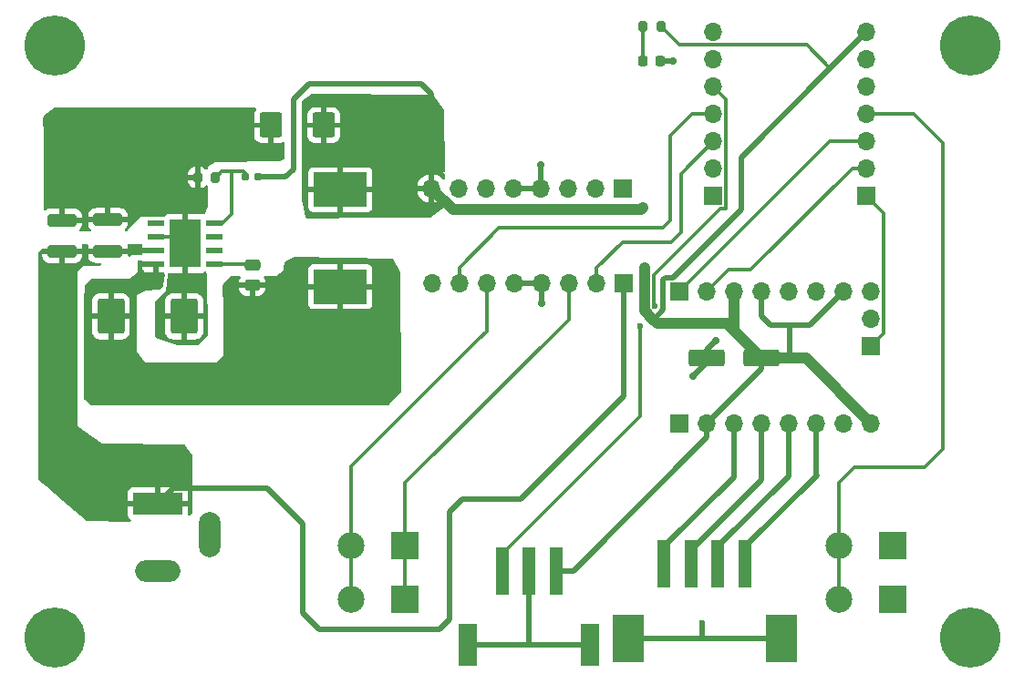
<source format=gbr>
%TF.GenerationSoftware,KiCad,Pcbnew,8.0.3*%
%TF.CreationDate,2024-07-18T15:34:31-04:00*%
%TF.ProjectId,DropGenPCB_FINAL,44726f70-4765-46e5-9043-425f46494e41,rev?*%
%TF.SameCoordinates,Original*%
%TF.FileFunction,Copper,L1,Top*%
%TF.FilePolarity,Positive*%
%FSLAX46Y46*%
G04 Gerber Fmt 4.6, Leading zero omitted, Abs format (unit mm)*
G04 Created by KiCad (PCBNEW 8.0.3) date 2024-07-18 15:34:31*
%MOMM*%
%LPD*%
G01*
G04 APERTURE LIST*
G04 Aperture macros list*
%AMRoundRect*
0 Rectangle with rounded corners*
0 $1 Rounding radius*
0 $2 $3 $4 $5 $6 $7 $8 $9 X,Y pos of 4 corners*
0 Add a 4 corners polygon primitive as box body*
4,1,4,$2,$3,$4,$5,$6,$7,$8,$9,$2,$3,0*
0 Add four circle primitives for the rounded corners*
1,1,$1+$1,$2,$3*
1,1,$1+$1,$4,$5*
1,1,$1+$1,$6,$7*
1,1,$1+$1,$8,$9*
0 Add four rect primitives between the rounded corners*
20,1,$1+$1,$2,$3,$4,$5,0*
20,1,$1+$1,$4,$5,$6,$7,0*
20,1,$1+$1,$6,$7,$8,$9,0*
20,1,$1+$1,$8,$9,$2,$3,0*%
G04 Aperture macros list end*
%TA.AperFunction,SMDPad,CuDef*%
%ADD10R,1.550000X0.600000*%
%TD*%
%TA.AperFunction,ComponentPad*%
%ADD11C,0.600000*%
%TD*%
%TA.AperFunction,SMDPad,CuDef*%
%ADD12R,2.600000X3.100000*%
%TD*%
%TA.AperFunction,SMDPad,CuDef*%
%ADD13R,2.950000X4.500000*%
%TD*%
%TA.AperFunction,ComponentPad*%
%ADD14O,1.700000X1.700000*%
%TD*%
%TA.AperFunction,ComponentPad*%
%ADD15R,1.700000X1.700000*%
%TD*%
%TA.AperFunction,SMDPad,CuDef*%
%ADD16RoundRect,0.250000X0.475000X-0.250000X0.475000X0.250000X-0.475000X0.250000X-0.475000X-0.250000X0*%
%TD*%
%TA.AperFunction,ComponentPad*%
%ADD17R,2.500000X2.500000*%
%TD*%
%TA.AperFunction,ComponentPad*%
%ADD18C,2.500000*%
%TD*%
%TA.AperFunction,SMDPad,CuDef*%
%ADD19RoundRect,0.218750X0.218750X0.256250X-0.218750X0.256250X-0.218750X-0.256250X0.218750X-0.256250X0*%
%TD*%
%TA.AperFunction,ComponentPad*%
%ADD20C,5.600000*%
%TD*%
%TA.AperFunction,SMDPad,CuDef*%
%ADD21RoundRect,0.250000X0.787500X0.925000X-0.787500X0.925000X-0.787500X-0.925000X0.787500X-0.925000X0*%
%TD*%
%TA.AperFunction,SMDPad,CuDef*%
%ADD22R,1.300000X4.500000*%
%TD*%
%TA.AperFunction,SMDPad,CuDef*%
%ADD23R,3.000000X4.500000*%
%TD*%
%TA.AperFunction,SMDPad,CuDef*%
%ADD24RoundRect,0.200000X0.200000X0.275000X-0.200000X0.275000X-0.200000X-0.275000X0.200000X-0.275000X0*%
%TD*%
%TA.AperFunction,SMDPad,CuDef*%
%ADD25RoundRect,0.250000X-1.100000X0.325000X-1.100000X-0.325000X1.100000X-0.325000X1.100000X0.325000X0*%
%TD*%
%TA.AperFunction,ComponentPad*%
%ADD26R,4.600000X2.000000*%
%TD*%
%TA.AperFunction,ComponentPad*%
%ADD27O,4.200000X2.000000*%
%TD*%
%TA.AperFunction,ComponentPad*%
%ADD28O,2.000000X4.200000*%
%TD*%
%TA.AperFunction,SMDPad,CuDef*%
%ADD29RoundRect,0.160000X0.197500X0.160000X-0.197500X0.160000X-0.197500X-0.160000X0.197500X-0.160000X0*%
%TD*%
%TA.AperFunction,SMDPad,CuDef*%
%ADD30RoundRect,0.250000X1.000000X-1.400000X1.000000X1.400000X-1.000000X1.400000X-1.000000X-1.400000X0*%
%TD*%
%TA.AperFunction,SMDPad,CuDef*%
%ADD31RoundRect,0.250000X1.412500X0.550000X-1.412500X0.550000X-1.412500X-0.550000X1.412500X-0.550000X0*%
%TD*%
%TA.AperFunction,SMDPad,CuDef*%
%ADD32R,4.950000X3.175000*%
%TD*%
%TA.AperFunction,SMDPad,CuDef*%
%ADD33R,1.800000X3.900000*%
%TD*%
%TA.AperFunction,ViaPad*%
%ADD34C,0.700000*%
%TD*%
%TA.AperFunction,ViaPad*%
%ADD35C,0.600000*%
%TD*%
%TA.AperFunction,Conductor*%
%ADD36C,0.500000*%
%TD*%
%TA.AperFunction,Conductor*%
%ADD37C,0.300000*%
%TD*%
%TA.AperFunction,Conductor*%
%ADD38C,1.000000*%
%TD*%
%TA.AperFunction,Conductor*%
%ADD39C,0.200000*%
%TD*%
G04 APERTURE END LIST*
D10*
%TO.P,U4,1,BOOT*%
%TO.N,/Boot*%
X77985600Y-117846100D03*
%TO.P,U4,2,NC*%
%TO.N,unconnected-(U4-NC-Pad2)*%
X77985600Y-116576100D03*
%TO.P,U4,3,NC*%
%TO.N,unconnected-(U4-NC-Pad3)*%
X77985600Y-115306100D03*
%TO.P,U4,4,VSENSE*%
%TO.N,/VSENSE*%
X77985600Y-114036100D03*
%TO.P,U4,5,EN*%
%TO.N,/ENA*%
X72585600Y-114036100D03*
%TO.P,U4,6,GND*%
%TO.N,GND*%
X72585600Y-115306100D03*
%TO.P,U4,7,VIN*%
%TO.N,+30V*%
X72585600Y-116576100D03*
%TO.P,U4,8,PH*%
%TO.N,/PH*%
X72585600Y-117846100D03*
D11*
%TO.P,U4,9,GNDPAD*%
%TO.N,GND*%
X75885600Y-117741100D03*
X75885600Y-116541100D03*
X75885600Y-115241100D03*
X75885600Y-114141100D03*
D12*
X75285600Y-115941100D03*
D13*
X75285600Y-115941100D03*
D11*
X74685600Y-117741100D03*
X74685600Y-116541100D03*
X74685600Y-115241100D03*
X74685600Y-114141100D03*
%TD*%
D14*
%TO.P,U1,1,D0*%
%TO.N,unconnected-(U1-D0-Pad1)*%
X124311000Y-96294800D03*
%TO.P,U1,2,D1*%
%TO.N,unconnected-(U1-D1-Pad2)*%
X124311000Y-98834800D03*
%TO.P,U1,3,D2*%
%TO.N,Signal*%
X124311000Y-101374800D03*
%TO.P,U1,4,D3*%
%TO.N,IN3*%
X124311000Y-103914800D03*
%TO.P,U1,5,D4/SDA*%
%TO.N,IN4*%
X124311000Y-106454800D03*
%TO.P,U1,6,D5/SCL*%
%TO.N,unconnected-(U1-D5{slash}SCL-Pad6)*%
X124311000Y-108994800D03*
D15*
%TO.P,U1,7,D6/TX*%
%TO.N,unconnected-(U1-D6{slash}TX-Pad7)*%
X124311000Y-111534800D03*
%TO.P,U1,8,D7/RX*%
%TO.N,DIAG*%
X138535000Y-111534800D03*
D14*
%TO.P,U1,9,D8/SCR*%
%TO.N,STEP*%
X138535000Y-108994800D03*
%TO.P,U1,10,D9/MISO*%
%TO.N,DIR*%
X138535000Y-106454800D03*
%TO.P,U1,11,D10/MOSI*%
%TO.N,Trigger*%
X138535000Y-103914800D03*
%TO.P,U1,12,V3V*%
%TO.N,unconnected-(U1-V3V-Pad12)*%
X138535000Y-101374800D03*
%TO.P,U1,13,GND*%
%TO.N,GND*%
X138535000Y-98834800D03*
%TO.P,U1,14,USB/5V*%
%TO.N,+5V*%
X138535000Y-96294800D03*
%TD*%
D15*
%TO.P,U2,1,GND*%
%TO.N,GND*%
X121172400Y-132642100D03*
D14*
%TO.P,U2,2,VIO*%
%TO.N,+5V*%
X123712400Y-132642100D03*
%TO.P,U2,3,M2B*%
%TO.N,Net-(U2-M2B)*%
X126252400Y-132642100D03*
%TO.P,U2,4,M1B*%
%TO.N,Net-(U2-M1B)*%
X128792400Y-132642100D03*
%TO.P,U2,5,M1A*%
%TO.N,Net-(U2-M1A)*%
X131332400Y-132642100D03*
%TO.P,U2,6,M2A*%
%TO.N,Net-(U2-M2A)*%
X133872400Y-132642100D03*
%TO.P,U2,7,GND*%
%TO.N,GND*%
X136412400Y-132642100D03*
%TO.P,U2,8,VM*%
%TO.N,+5V*%
X138952400Y-132642100D03*
D15*
%TO.P,U2,9,DIAG*%
%TO.N,DIAG*%
X138931200Y-125526700D03*
D14*
%TO.P,U2,10,INDEX*%
%TO.N,unconnected-(U2-INDEX-Pad10)*%
X138931200Y-122986700D03*
%TO.P,U2,11,EN*%
%TO.N,GND*%
X138930400Y-120395900D03*
%TO.P,U2,12,MS1*%
%TO.N,+5V*%
X136390400Y-120395900D03*
%TO.P,U2,13,MS2*%
%TO.N,GND*%
X133850400Y-120395900D03*
%TO.P,U2,14,SPRD*%
X131310400Y-120395900D03*
%TO.P,U2,15,UART*%
%TO.N,+5V*%
X128770400Y-120395900D03*
%TO.P,U2,16,PDN*%
X126230400Y-120395900D03*
%TO.P,U2,17,STEP*%
%TO.N,STEP*%
X123690400Y-120395900D03*
D15*
%TO.P,U2,18,DIR*%
%TO.N,DIR*%
X121150400Y-120395900D03*
%TD*%
D16*
%TO.P,C3,1*%
%TO.N,/PH*%
X81508600Y-119812100D03*
%TO.P,C3,2*%
%TO.N,/Boot*%
X81508600Y-117912100D03*
%TD*%
D17*
%TO.P,J5,1,Pin_1*%
%TO.N,Piezo 1*%
X95700000Y-149000000D03*
X95700000Y-144000000D03*
D18*
%TO.P,J5,2,Pin_2*%
%TO.N,Piezo 2*%
X90700000Y-149000000D03*
X90700000Y-144000000D03*
%TD*%
D17*
%TO.P,J4,1,Pin_1*%
%TO.N,GND*%
X141000000Y-149000000D03*
X141000000Y-144000000D03*
D18*
%TO.P,J4,2,Pin_2*%
%TO.N,Trigger*%
X136000000Y-149000000D03*
X136000000Y-144000000D03*
%TD*%
D19*
%TO.P,D2,1,K*%
%TO.N,GND*%
X119372500Y-99000000D03*
%TO.P,D2,2,A*%
%TO.N,Net-(D2-A)*%
X117797500Y-99000000D03*
%TD*%
D20*
%TO.P,H4,1,1*%
%TO.N,GND*%
X148144200Y-152583000D03*
%TD*%
D21*
%TO.P,C2,1*%
%TO.N,+5V*%
X88136700Y-104954600D03*
%TO.P,C2,2*%
%TO.N,GND*%
X83211700Y-104954600D03*
%TD*%
D22*
%TO.P,J2,1,1*%
%TO.N,Net-(U2-M2B)*%
X119750000Y-145687200D03*
%TO.P,J2,2,2*%
%TO.N,Net-(U2-M1B)*%
X122250000Y-145687200D03*
%TO.P,J2,3,3*%
%TO.N,Net-(U2-M1A)*%
X124750000Y-145687200D03*
%TO.P,J2,4,4*%
%TO.N,Net-(U2-M2A)*%
X127250000Y-145687200D03*
D23*
%TO.P,J2,5,5*%
%TO.N,GND*%
X130600000Y-152687200D03*
%TO.P,J2,6,6*%
X116400000Y-152687200D03*
%TD*%
D24*
%TO.P,R3,1*%
%TO.N,+5V*%
X119450000Y-95800000D03*
%TO.P,R3,2*%
%TO.N,Net-(D2-A)*%
X117800000Y-95800000D03*
%TD*%
D25*
%TO.P,C5,1*%
%TO.N,GND*%
X63855600Y-113766600D03*
%TO.P,C5,2*%
%TO.N,+30V*%
X63855600Y-116716600D03*
%TD*%
D26*
%TO.P,J3,1*%
%TO.N,+30V*%
X72730600Y-140131800D03*
D27*
%TO.P,J3,2*%
%TO.N,GND*%
X72730600Y-146431800D03*
D28*
%TO.P,J3,3*%
X77530600Y-143031800D03*
%TD*%
D29*
%TO.P,R1,1*%
%TO.N,+5V*%
X82029900Y-109780600D03*
%TO.P,R1,2*%
%TO.N,/VSENSE*%
X80834900Y-109780600D03*
%TD*%
D30*
%TO.P,D1,1,K*%
%TO.N,/PH*%
X68380400Y-122707400D03*
%TO.P,D1,2,A*%
%TO.N,GND*%
X75180400Y-122707400D03*
%TD*%
D20*
%TO.P,H3,1,1*%
%TO.N,GND*%
X63144200Y-152583000D03*
%TD*%
%TO.P,H2,1,1*%
%TO.N,GND*%
X63144200Y-97583000D03*
%TD*%
D24*
%TO.P,R2,1*%
%TO.N,/VSENSE*%
X78091800Y-109806000D03*
%TO.P,R2,2*%
%TO.N,GND*%
X76441800Y-109806000D03*
%TD*%
D14*
%TO.P,U3,1,ENB*%
%TO.N,unconnected-(U3-ENB-Pad1)*%
X98187200Y-119617800D03*
%TO.P,U3,2,IN3*%
%TO.N,IN3*%
X100727200Y-119617800D03*
%TO.P,U3,3,OUT3*%
%TO.N,Piezo 2*%
X103267200Y-119617800D03*
%TO.P,U3,4,GND*%
%TO.N,GND*%
X105807200Y-119617800D03*
%TO.P,U3,5,GND*%
X108347200Y-119617800D03*
%TO.P,U3,6,OUT4*%
%TO.N,Piezo 1*%
X110887200Y-119617800D03*
%TO.P,U3,7,IN4*%
%TO.N,IN4*%
X113427200Y-119617800D03*
D15*
%TO.P,U3,8,VCC*%
%TO.N,+30V*%
X115967200Y-119617800D03*
%TO.P,U3,9,ENA*%
%TO.N,unconnected-(U3-ENA-Pad9)*%
X115925600Y-110820200D03*
D14*
%TO.P,U3,10,IN1*%
%TO.N,unconnected-(U3-IN1-Pad10)*%
X113385600Y-110820200D03*
%TO.P,U3,11,OUT1*%
%TO.N,unconnected-(U3-OUT1-Pad11)*%
X110845600Y-110820200D03*
%TO.P,U3,12,GND*%
%TO.N,GND*%
X108305600Y-110820200D03*
%TO.P,U3,13,GND*%
X105765600Y-110820200D03*
%TO.P,U3,14,OUT2*%
%TO.N,unconnected-(U3-OUT2-Pad14)*%
X103225600Y-110820200D03*
%TO.P,U3,15,IN2*%
%TO.N,unconnected-(U3-IN2-Pad15)*%
X100685600Y-110820200D03*
%TO.P,U3,16,VM*%
%TO.N,+5V*%
X98145600Y-110820200D03*
%TD*%
D31*
%TO.P,C1,1*%
%TO.N,+5V*%
X128775000Y-126600000D03*
%TO.P,C1,2*%
%TO.N,GND*%
X123700000Y-126600000D03*
%TD*%
D25*
%TO.P,C4,1*%
%TO.N,GND*%
X68100000Y-113725000D03*
%TO.P,C4,2*%
%TO.N,+30V*%
X68100000Y-116675000D03*
%TD*%
D32*
%TO.P,L1,1,1*%
%TO.N,/PH*%
X89687400Y-119966000D03*
%TO.P,L1,2,2*%
%TO.N,+5V*%
X89687400Y-110951000D03*
%TD*%
D22*
%TO.P,J1,1,1*%
%TO.N,Signal*%
X104700000Y-146400000D03*
%TO.P,J1,2,2*%
%TO.N,GND*%
X107200000Y-146400000D03*
%TO.P,J1,3,3*%
%TO.N,+5V*%
X109700000Y-146400000D03*
D33*
%TO.P,J1,4,4*%
%TO.N,GND*%
X101500000Y-153220000D03*
%TO.P,J1,5,5*%
X112900000Y-153220000D03*
%TD*%
D20*
%TO.P,H1,1,1*%
%TO.N,GND*%
X148144200Y-97583000D03*
%TD*%
D34*
%TO.N,GND*%
X108331000Y-121539000D03*
D35*
X74300000Y-119700000D03*
X63000000Y-108300000D03*
X71700000Y-103900000D03*
D34*
X80391000Y-106857800D03*
D35*
X62900000Y-105300000D03*
X123300000Y-151200000D03*
D34*
X63068200Y-111658400D03*
X108305600Y-108635800D03*
X65074800Y-111633000D03*
X124500000Y-125000000D03*
X122400000Y-128300000D03*
D35*
X107200000Y-152300000D03*
X76500000Y-108300000D03*
D34*
X67005200Y-111607600D03*
D35*
X74500000Y-109700000D03*
X72600000Y-111500000D03*
X68300000Y-103900000D03*
D34*
X120600000Y-99000000D03*
X68910200Y-111607600D03*
D35*
X76600000Y-119700000D03*
X65000000Y-103900000D03*
X76200000Y-103900000D03*
D34*
X80391000Y-104952800D03*
D35*
%TO.N,Signal*%
X118907107Y-121792893D03*
X117500000Y-123600000D03*
D34*
%TO.N,+5V*%
X117900000Y-118200000D03*
X117800000Y-112600000D03*
%TD*%
D36*
%TO.N,GND*%
X116400000Y-152687200D02*
X123287200Y-152687200D01*
X123287200Y-152687200D02*
X123300000Y-152700000D01*
X101500000Y-153220000D02*
X107200000Y-153220000D01*
X123700000Y-126600000D02*
X123700000Y-126300000D01*
X105765600Y-110820200D02*
X108305600Y-110820200D01*
X123700000Y-126600000D02*
X123700000Y-127000000D01*
X123300000Y-152700000D02*
X123312800Y-152687200D01*
X123312800Y-152687200D02*
X123600000Y-152687200D01*
X108305600Y-110820200D02*
X108305600Y-108635800D01*
X141960600Y-144221200D02*
X142011400Y-144170400D01*
D37*
X74645600Y-115301100D02*
X75285600Y-115941100D01*
D36*
X123700000Y-125800000D02*
X124500000Y-125000000D01*
X119372500Y-99000000D02*
X120550000Y-99000000D01*
D37*
X107200000Y-146400000D02*
X107200000Y-144800000D01*
D36*
X107200000Y-153220000D02*
X109900000Y-153220000D01*
D37*
X72585600Y-115301100D02*
X74645600Y-115301100D01*
D36*
X123312800Y-152687200D02*
X123312800Y-151212800D01*
X107200000Y-153220000D02*
X107200000Y-146400000D01*
X123700000Y-126300000D02*
X123690400Y-126290400D01*
X109900000Y-153220000D02*
X112900000Y-153220000D01*
X108347200Y-119617800D02*
X108347200Y-121522800D01*
X123312800Y-151212800D02*
X123300000Y-151200000D01*
X108347200Y-121522800D02*
X108331000Y-121539000D01*
X123600000Y-152687200D02*
X130600000Y-152687200D01*
X105807200Y-119617800D02*
X108347200Y-119617800D01*
X123700000Y-126600000D02*
X123700000Y-125800000D01*
X123700000Y-127000000D02*
X122400000Y-128300000D01*
X107200000Y-153220000D02*
X107200000Y-152300000D01*
D37*
%TO.N,/Boot*%
X77985600Y-117851100D02*
X81447600Y-117851100D01*
X81447600Y-117851100D02*
X81508600Y-117912100D01*
%TO.N,Signal*%
X118800000Y-121685786D02*
X118800000Y-118900000D01*
X104700000Y-144800000D02*
X104700000Y-146400000D01*
X125511000Y-102574800D02*
X124311000Y-101374800D01*
X117500000Y-132000000D02*
X104700000Y-144800000D01*
X118907107Y-121792893D02*
X118800000Y-121685786D01*
X118800000Y-118900000D02*
X124965200Y-112734800D01*
X124965200Y-112734800D02*
X125511000Y-112734800D01*
X125511000Y-112734800D02*
X125511000Y-102574800D01*
X117500000Y-123600000D02*
X117500000Y-132000000D01*
D36*
%TO.N,+5V*%
X126900000Y-107929800D02*
X126900000Y-112800000D01*
D38*
X119100000Y-123400000D02*
X125575000Y-123400000D01*
D36*
X129600000Y-123500000D02*
X131400000Y-123500000D01*
X123712400Y-132642100D02*
X128775000Y-127579500D01*
D38*
X117900000Y-122200000D02*
X118650000Y-122950000D01*
D36*
X128775000Y-126600000D02*
X129100000Y-126600000D01*
X133286300Y-123500000D02*
X136390400Y-120395900D01*
X123712400Y-133987600D02*
X111300000Y-146400000D01*
X82029900Y-109780600D02*
X84605600Y-109780600D01*
D38*
X126230400Y-124055400D02*
X128775000Y-126600000D01*
D36*
X85344000Y-109042200D02*
X84605600Y-109780600D01*
X119657107Y-119289193D02*
X119657107Y-122142893D01*
D38*
X125575000Y-123400000D02*
X126230400Y-124055400D01*
X118650000Y-122950000D02*
X119100000Y-123400000D01*
D36*
X98145600Y-102057200D02*
X97180400Y-101092000D01*
X128775000Y-127579500D02*
X128775000Y-126600000D01*
X118850000Y-122950000D02*
X118650000Y-122950000D01*
X85344000Y-102539800D02*
X85344000Y-109042200D01*
X135164900Y-99664900D02*
X126900000Y-107929800D01*
D38*
X117600000Y-112800000D02*
X100125400Y-112800000D01*
D36*
X119657107Y-122142893D02*
X118850000Y-122950000D01*
X120604100Y-119095900D02*
X119850400Y-119095900D01*
X126900000Y-112800000D02*
X120604100Y-119095900D01*
D38*
X132910300Y-126600000D02*
X131400000Y-126600000D01*
D36*
X131400000Y-123500000D02*
X133286300Y-123500000D01*
D38*
X100125400Y-112800000D02*
X98145600Y-110820200D01*
X117800000Y-112600000D02*
X117600000Y-112800000D01*
D37*
X132994800Y-97494800D02*
X135164900Y-99664900D01*
D36*
X131400000Y-123500000D02*
X131400000Y-126600000D01*
X111300000Y-146400000D02*
X109700000Y-146400000D01*
X98145600Y-110820200D02*
X98145600Y-102057200D01*
X119850400Y-119095900D02*
X119657107Y-119289193D01*
X128770400Y-120395900D02*
X128770400Y-122670400D01*
X138535000Y-96294800D02*
X135164900Y-99664900D01*
D38*
X126230400Y-120395900D02*
X126230400Y-124055400D01*
X131400000Y-126600000D02*
X128775000Y-126600000D01*
D37*
X121144800Y-97494800D02*
X122222300Y-97494800D01*
D36*
X86791800Y-101092000D02*
X85344000Y-102539800D01*
D38*
X138952400Y-132642100D02*
X132910300Y-126600000D01*
D36*
X128775000Y-126600000D02*
X128300000Y-126600000D01*
X128770400Y-122670400D02*
X129600000Y-123500000D01*
D38*
X117900000Y-118200000D02*
X117900000Y-122200000D01*
D37*
X122222300Y-97494800D02*
X132994800Y-97494800D01*
D36*
X123712400Y-132642100D02*
X123712400Y-133987600D01*
D37*
X98145600Y-110820200D02*
X98577400Y-110820200D01*
D36*
X97180400Y-101092000D02*
X86791800Y-101092000D01*
D37*
X119450000Y-95800000D02*
X121144800Y-97494800D01*
%TO.N,Trigger*%
X142903800Y-103914800D02*
X138535000Y-103914800D01*
X137400000Y-136753600D02*
X143941800Y-136753600D01*
X143941800Y-136753600D02*
X145618200Y-135077200D01*
X136000000Y-144000000D02*
X136000000Y-138153600D01*
X145618200Y-106629200D02*
X142903800Y-103914800D01*
X136000000Y-138153600D02*
X137400000Y-136753600D01*
X136000000Y-149000000D02*
X136000000Y-144000000D01*
X145618200Y-135077200D02*
X145618200Y-106629200D01*
%TO.N,Piezo 1*%
X95700000Y-144000000D02*
X95700000Y-138200000D01*
X110900000Y-123000000D02*
X110900000Y-122500000D01*
X95700000Y-138200000D02*
X110900000Y-123000000D01*
X95700000Y-149000000D02*
X95700000Y-144000000D01*
X110900000Y-122500000D02*
X110887200Y-122487200D01*
X110887200Y-122487200D02*
X110887200Y-119617800D01*
%TO.N,Piezo 2*%
X103267200Y-119617800D02*
X103267200Y-124132800D01*
X90700000Y-144000000D02*
X90700000Y-136700000D01*
X90700000Y-149000000D02*
X90700000Y-144000000D01*
X103267200Y-124132800D02*
X102550000Y-124850000D01*
X90700000Y-136700000D02*
X102550000Y-124850000D01*
%TO.N,DIAG*%
X138931200Y-125526700D02*
X140131200Y-124326700D01*
X140131200Y-124326700D02*
X140131200Y-113131000D01*
X140131200Y-113131000D02*
X138535000Y-111534800D01*
%TO.N,STEP*%
X125686300Y-118400000D02*
X123690400Y-120395900D01*
X138535000Y-108994800D02*
X137205200Y-108994800D01*
X127800000Y-118400000D02*
X125686300Y-118400000D01*
D36*
X123700000Y-120405500D02*
X123690400Y-120395900D01*
D37*
X137205200Y-108994800D02*
X127800000Y-118400000D01*
%TO.N,DIR*%
X135091500Y-106454800D02*
X138535000Y-106454800D01*
X121150400Y-120395900D02*
X135091500Y-106454800D01*
%TO.N,IN3*%
X104422600Y-114500000D02*
X119600000Y-114500000D01*
X120300000Y-113800000D02*
X120300000Y-105937800D01*
X119600000Y-114500000D02*
X120300000Y-113800000D01*
X122323000Y-103914800D02*
X124311000Y-103914800D01*
X100727200Y-118195400D02*
X104422600Y-114500000D01*
X100727200Y-119617800D02*
X100727200Y-118195400D01*
X120300000Y-105937800D02*
X122323000Y-103914800D01*
%TO.N,IN4*%
X121310400Y-109455400D02*
X121310400Y-109880400D01*
X120400000Y-115800000D02*
X121310400Y-114889600D01*
X115873400Y-115800000D02*
X120400000Y-115800000D01*
X113427200Y-119617800D02*
X113427200Y-118246200D01*
X121310400Y-114889600D02*
X121310400Y-109880400D01*
X121310400Y-109880400D02*
X121310400Y-109524800D01*
X113427200Y-118246200D02*
X115873400Y-115800000D01*
D39*
X121310400Y-109455400D02*
X121310400Y-109524800D01*
D37*
X124311000Y-106454800D02*
X121310400Y-109455400D01*
%TO.N,/VSENSE*%
X77985600Y-114036100D02*
X78763900Y-114036100D01*
X78663800Y-109245400D02*
X78103200Y-109806000D01*
X80834900Y-109780600D02*
X80834900Y-109384500D01*
X78103200Y-109806000D02*
X78091800Y-109806000D01*
X78117200Y-109780600D02*
X78091800Y-109806000D01*
X79600000Y-109245400D02*
X78663800Y-109245400D01*
X77985600Y-109912200D02*
X78091800Y-109806000D01*
X78763900Y-114036100D02*
X79600000Y-113200000D01*
X80695800Y-109245400D02*
X79600000Y-109245400D01*
X79600000Y-113200000D02*
X79600000Y-109245400D01*
X80834900Y-109384500D02*
X80695800Y-109245400D01*
D36*
%TO.N,+30V*%
X99800000Y-150900000D02*
X99800000Y-140900000D01*
X82896200Y-138700000D02*
X86156800Y-141960600D01*
X106426000Y-139725400D02*
X115967200Y-130184200D01*
X86156800Y-150256800D02*
X87700000Y-151800000D01*
X115967200Y-130184200D02*
X115967200Y-119617800D01*
X100974600Y-139725400D02*
X106426000Y-139725400D01*
X86156800Y-141960600D02*
X86156800Y-150256800D01*
X87700000Y-151800000D02*
X98900000Y-151800000D01*
X98900000Y-151800000D02*
X99800000Y-150900000D01*
X72730600Y-140131800D02*
X74162400Y-138700000D01*
X99800000Y-140900000D02*
X100974600Y-139725400D01*
X74162400Y-138700000D02*
X82896200Y-138700000D01*
%TO.N,Net-(U2-M1A)*%
X124750000Y-144150000D02*
X124750000Y-145687200D01*
X131332400Y-132642100D02*
X131332400Y-137567600D01*
X131332400Y-137567600D02*
X124750000Y-144150000D01*
%TO.N,Net-(U2-M2B)*%
X119750000Y-145687200D02*
X119750000Y-144150000D01*
X119750000Y-144150000D02*
X126252400Y-137647600D01*
X126252400Y-137647600D02*
X126252400Y-132642100D01*
%TO.N,Net-(U2-M1B)*%
X122250000Y-145687200D02*
X122250000Y-144450000D01*
X128792400Y-137907600D02*
X128792400Y-132642100D01*
X122250000Y-144450000D02*
X128792400Y-137907600D01*
%TO.N,Net-(U2-M2A)*%
X127250000Y-145687200D02*
X127250000Y-144150000D01*
X127250000Y-144150000D02*
X133900000Y-137500000D01*
X133872400Y-137472400D02*
X133872400Y-132642100D01*
X133900000Y-137500000D02*
X133872400Y-137472400D01*
D37*
%TO.N,Net-(D2-A)*%
X117797500Y-98350000D02*
X117797500Y-99000000D01*
X117800000Y-95800000D02*
X117800000Y-98347500D01*
X117800000Y-98347500D02*
X117797500Y-98350000D01*
%TD*%
%TA.AperFunction,Conductor*%
%TO.N,GND*%
G36*
X75535600Y-117975460D02*
G01*
X75535600Y-118691100D01*
X76808428Y-118691100D01*
X76808444Y-118691099D01*
X76867972Y-118684698D01*
X76867979Y-118684696D01*
X77002686Y-118634454D01*
X77002689Y-118634452D01*
X77066679Y-118586549D01*
X77132143Y-118562131D01*
X77200416Y-118576982D01*
X77249822Y-118626386D01*
X77264956Y-118682887D01*
X77398741Y-124346733D01*
X77380645Y-124414218D01*
X77362224Y-124437575D01*
X76431736Y-125363137D01*
X76370324Y-125396459D01*
X76344840Y-125399222D01*
X76170559Y-125399998D01*
X76169932Y-125399999D01*
X74541114Y-125399009D01*
X74498776Y-125391530D01*
X72581587Y-124693692D01*
X72525324Y-124652265D01*
X72500390Y-124586996D01*
X72500000Y-124577171D01*
X72500000Y-124157386D01*
X73430401Y-124157386D01*
X73440894Y-124260097D01*
X73496041Y-124426519D01*
X73496043Y-124426524D01*
X73588084Y-124575745D01*
X73712054Y-124699715D01*
X73861275Y-124791756D01*
X73861280Y-124791758D01*
X74027702Y-124846905D01*
X74027709Y-124846906D01*
X74130419Y-124857399D01*
X74930399Y-124857399D01*
X75430400Y-124857399D01*
X76230372Y-124857399D01*
X76230386Y-124857398D01*
X76333097Y-124846905D01*
X76499519Y-124791758D01*
X76499524Y-124791756D01*
X76648745Y-124699715D01*
X76772715Y-124575745D01*
X76864756Y-124426524D01*
X76864758Y-124426519D01*
X76919905Y-124260097D01*
X76919906Y-124260090D01*
X76930399Y-124157386D01*
X76930400Y-124157373D01*
X76930400Y-122957400D01*
X75430400Y-122957400D01*
X75430400Y-124857399D01*
X74930399Y-124857399D01*
X74930400Y-124857398D01*
X74930400Y-122957400D01*
X73430401Y-122957400D01*
X73430401Y-124157386D01*
X72500000Y-124157386D01*
X72500000Y-121355224D01*
X72519685Y-121288185D01*
X72541041Y-121263062D01*
X72547318Y-121257413D01*
X73430400Y-121257413D01*
X73430400Y-122457400D01*
X74930400Y-122457400D01*
X75430400Y-122457400D01*
X76930399Y-122457400D01*
X76930399Y-121257428D01*
X76930398Y-121257413D01*
X76919905Y-121154702D01*
X76864758Y-120988280D01*
X76864756Y-120988275D01*
X76772715Y-120839054D01*
X76648745Y-120715084D01*
X76499524Y-120623043D01*
X76499519Y-120623041D01*
X76333097Y-120567894D01*
X76333090Y-120567893D01*
X76230386Y-120557400D01*
X75430400Y-120557400D01*
X75430400Y-122457400D01*
X74930400Y-122457400D01*
X74930400Y-120557400D01*
X74130428Y-120557400D01*
X74130412Y-120557401D01*
X74027702Y-120567894D01*
X73861280Y-120623041D01*
X73861275Y-120623043D01*
X73712054Y-120715084D01*
X73588084Y-120839054D01*
X73496043Y-120988275D01*
X73496041Y-120988280D01*
X73440894Y-121154702D01*
X73440893Y-121154709D01*
X73430400Y-121257413D01*
X72547318Y-121257413D01*
X73500000Y-120400000D01*
X73668490Y-118802096D01*
X73695096Y-118737491D01*
X73752406Y-118697526D01*
X73791806Y-118691100D01*
X75035600Y-118691100D01*
X75035600Y-117970025D01*
X75535600Y-117975460D01*
G37*
%TD.AperFunction*%
%TA.AperFunction,Conductor*%
G36*
X81748593Y-103345665D02*
G01*
X81815553Y-103365608D01*
X81861104Y-103418587D01*
X81870781Y-103487784D01*
X81841512Y-103551227D01*
X81835798Y-103557340D01*
X81831885Y-103561252D01*
X81831884Y-103561253D01*
X81739843Y-103710475D01*
X81739841Y-103710480D01*
X81684694Y-103876902D01*
X81684693Y-103876909D01*
X81674200Y-103979613D01*
X81674200Y-104704600D01*
X83337700Y-104704600D01*
X83404739Y-104724285D01*
X83450494Y-104777089D01*
X83461700Y-104828600D01*
X83461700Y-106629599D01*
X84049172Y-106629599D01*
X84049186Y-106629598D01*
X84151897Y-106619105D01*
X84318319Y-106563958D01*
X84318323Y-106563956D01*
X84328938Y-106557409D01*
X84396330Y-106538967D01*
X84462994Y-106559888D01*
X84507765Y-106613528D01*
X84518029Y-106664422D01*
X84502303Y-107985423D01*
X84481822Y-108052223D01*
X84442972Y-108089754D01*
X84073574Y-108315497D01*
X84009965Y-108333686D01*
X78049885Y-108384196D01*
X77364086Y-108841395D01*
X77364086Y-108841396D01*
X77364937Y-108963967D01*
X77345718Y-109031142D01*
X77293233Y-109077262D01*
X77224145Y-109087685D01*
X77160390Y-109059102D01*
X77153259Y-109052509D01*
X77076677Y-108975927D01*
X76931195Y-108887980D01*
X76931196Y-108887980D01*
X76768905Y-108837409D01*
X76768906Y-108837409D01*
X76698372Y-108831000D01*
X76691800Y-108831000D01*
X76691800Y-110780999D01*
X76698381Y-110780999D01*
X76768902Y-110774591D01*
X76768907Y-110774590D01*
X76931196Y-110724018D01*
X77076675Y-110636073D01*
X77164861Y-110547887D01*
X77226184Y-110514402D01*
X77295876Y-110519386D01*
X77351810Y-110561257D01*
X77376227Y-110626721D01*
X77376540Y-110634707D01*
X77389317Y-112474529D01*
X77380351Y-112521692D01*
X77133887Y-113133995D01*
X77132701Y-113140532D01*
X77101361Y-113202978D01*
X77041235Y-113238568D01*
X76971412Y-113236002D01*
X76967361Y-113234570D01*
X76867979Y-113197503D01*
X76867972Y-113197501D01*
X76808444Y-113191100D01*
X75535600Y-113191100D01*
X75535600Y-114137545D01*
X75561882Y-114111263D01*
X75735600Y-114111263D01*
X75735600Y-114170937D01*
X75758436Y-114226068D01*
X75800632Y-114268264D01*
X75855763Y-114291100D01*
X75915437Y-114291100D01*
X75970568Y-114268264D01*
X76012764Y-114226068D01*
X76035600Y-114170937D01*
X76035600Y-114111263D01*
X76012764Y-114056132D01*
X75970568Y-114013936D01*
X75915437Y-113991100D01*
X75855763Y-113991100D01*
X75800632Y-114013936D01*
X75758436Y-114056132D01*
X75735600Y-114111263D01*
X75561882Y-114111263D01*
X75797918Y-113875227D01*
X75859241Y-113841742D01*
X75928932Y-113846726D01*
X75973280Y-113875227D01*
X76570786Y-114472733D01*
X76604271Y-114534056D01*
X76599287Y-114603748D01*
X76570787Y-114648095D01*
X76527782Y-114691100D01*
X76570786Y-114734104D01*
X76604271Y-114795427D01*
X76599287Y-114865119D01*
X76570786Y-114909466D01*
X75973281Y-115506971D01*
X75911958Y-115540456D01*
X75842266Y-115535472D01*
X75797919Y-115506971D01*
X75535600Y-115244652D01*
X75535600Y-117974001D01*
X75035600Y-117969079D01*
X75035600Y-115244653D01*
X75035599Y-115244652D01*
X74773280Y-115506971D01*
X74711957Y-115540456D01*
X74642265Y-115535472D01*
X74597918Y-115506971D01*
X74302210Y-115211263D01*
X74535600Y-115211263D01*
X74535600Y-115270937D01*
X74558436Y-115326068D01*
X74600632Y-115368264D01*
X74655763Y-115391100D01*
X74715437Y-115391100D01*
X74770568Y-115368264D01*
X74812764Y-115326068D01*
X74835600Y-115270937D01*
X74835600Y-115211263D01*
X75735600Y-115211263D01*
X75735600Y-115270937D01*
X75758436Y-115326068D01*
X75800632Y-115368264D01*
X75855763Y-115391100D01*
X75915437Y-115391100D01*
X75970568Y-115368264D01*
X76012764Y-115326068D01*
X76035600Y-115270937D01*
X76035600Y-115211263D01*
X76012764Y-115156132D01*
X75970568Y-115113936D01*
X75915437Y-115091100D01*
X75855763Y-115091100D01*
X75800632Y-115113936D01*
X75758436Y-115156132D01*
X75735600Y-115211263D01*
X74835600Y-115211263D01*
X74812764Y-115156132D01*
X74770568Y-115113936D01*
X74715437Y-115091100D01*
X74655763Y-115091100D01*
X74600632Y-115113936D01*
X74558436Y-115156132D01*
X74535600Y-115211263D01*
X74302210Y-115211263D01*
X74000413Y-114909466D01*
X73966928Y-114848143D01*
X73971912Y-114778451D01*
X74000413Y-114734103D01*
X74043417Y-114691099D01*
X74489153Y-114691099D01*
X74685600Y-114887546D01*
X74882046Y-114691101D01*
X74882046Y-114691100D01*
X74882045Y-114691099D01*
X75689153Y-114691099D01*
X75885600Y-114887546D01*
X76082046Y-114691101D01*
X76082046Y-114691100D01*
X75885600Y-114494653D01*
X75689153Y-114691099D01*
X74882045Y-114691099D01*
X74685600Y-114494653D01*
X74489153Y-114691099D01*
X74043417Y-114691099D01*
X74000413Y-114648095D01*
X73966928Y-114586772D01*
X73971912Y-114517080D01*
X74000413Y-114472733D01*
X74361883Y-114111263D01*
X74535600Y-114111263D01*
X74535600Y-114170937D01*
X74558436Y-114226068D01*
X74600632Y-114268264D01*
X74655763Y-114291100D01*
X74715437Y-114291100D01*
X74770568Y-114268264D01*
X74812764Y-114226068D01*
X74835600Y-114170937D01*
X74835600Y-114111263D01*
X74812764Y-114056132D01*
X74770568Y-114013936D01*
X74715437Y-113991100D01*
X74655763Y-113991100D01*
X74600632Y-114013936D01*
X74558436Y-114056132D01*
X74535600Y-114111263D01*
X74361883Y-114111263D01*
X74597919Y-113875227D01*
X74659242Y-113841742D01*
X74728934Y-113846726D01*
X74773281Y-113875227D01*
X75035600Y-114137546D01*
X75035600Y-113191100D01*
X73762755Y-113191100D01*
X73703227Y-113197501D01*
X73703220Y-113197503D01*
X73568513Y-113247745D01*
X73568506Y-113247749D01*
X73453414Y-113333908D01*
X73453407Y-113333914D01*
X73414482Y-113385912D01*
X73358548Y-113427782D01*
X73315216Y-113435600D01*
X71765743Y-113435600D01*
X71765717Y-113435602D01*
X71740612Y-113438513D01*
X71740608Y-113438515D01*
X71706376Y-113453630D01*
X71656290Y-113464196D01*
X71141087Y-113464196D01*
X69933130Y-114770761D01*
X69873166Y-114806623D01*
X69842506Y-114810582D01*
X69799718Y-114810729D01*
X69732611Y-114791275D01*
X69686675Y-114738629D01*
X69676494Y-114669505D01*
X69705301Y-114605850D01*
X69711611Y-114599048D01*
X69792317Y-114518342D01*
X69884356Y-114369124D01*
X69884358Y-114369119D01*
X69939505Y-114202697D01*
X69939506Y-114202690D01*
X69949999Y-114099986D01*
X69950000Y-114099973D01*
X69950000Y-113975000D01*
X66250001Y-113975000D01*
X66250001Y-114099986D01*
X66260494Y-114202697D01*
X66315641Y-114369119D01*
X66315643Y-114369124D01*
X66407684Y-114518345D01*
X66500067Y-114610728D01*
X66533552Y-114672051D01*
X66528568Y-114741743D01*
X66486696Y-114797676D01*
X66421232Y-114822093D01*
X66412813Y-114822408D01*
X65582377Y-114825271D01*
X65515271Y-114805818D01*
X65469334Y-114753172D01*
X65459152Y-114684048D01*
X65487958Y-114620393D01*
X65494270Y-114613590D01*
X65547915Y-114559945D01*
X65639956Y-114410724D01*
X65639958Y-114410719D01*
X65695105Y-114244297D01*
X65695106Y-114244290D01*
X65705599Y-114141586D01*
X65705600Y-114141573D01*
X65705600Y-114016600D01*
X63729600Y-114016600D01*
X63662561Y-113996915D01*
X63616806Y-113944111D01*
X63605600Y-113892600D01*
X63605600Y-113516600D01*
X64105600Y-113516600D01*
X65705599Y-113516600D01*
X65705599Y-113391628D01*
X65705598Y-113391613D01*
X65701348Y-113350013D01*
X66250000Y-113350013D01*
X66250000Y-113475000D01*
X67850000Y-113475000D01*
X68350000Y-113475000D01*
X69949999Y-113475000D01*
X69949999Y-113350028D01*
X69949998Y-113350013D01*
X69939505Y-113247302D01*
X69884358Y-113080880D01*
X69884356Y-113080875D01*
X69792315Y-112931654D01*
X69668345Y-112807684D01*
X69519124Y-112715643D01*
X69519119Y-112715641D01*
X69352697Y-112660494D01*
X69352690Y-112660493D01*
X69249986Y-112650000D01*
X68350000Y-112650000D01*
X68350000Y-113475000D01*
X67850000Y-113475000D01*
X67850000Y-112650000D01*
X66950028Y-112650000D01*
X66950012Y-112650001D01*
X66847302Y-112660494D01*
X66680880Y-112715641D01*
X66680875Y-112715643D01*
X66531654Y-112807684D01*
X66407684Y-112931654D01*
X66315643Y-113080875D01*
X66315641Y-113080880D01*
X66260494Y-113247302D01*
X66260493Y-113247309D01*
X66250000Y-113350013D01*
X65701348Y-113350013D01*
X65695105Y-113288902D01*
X65639958Y-113122480D01*
X65639956Y-113122475D01*
X65547915Y-112973254D01*
X65423945Y-112849284D01*
X65274724Y-112757243D01*
X65274719Y-112757241D01*
X65108297Y-112702094D01*
X65108290Y-112702093D01*
X65005586Y-112691600D01*
X64105600Y-112691600D01*
X64105600Y-113516600D01*
X63605600Y-113516600D01*
X63605600Y-112691600D01*
X62705628Y-112691600D01*
X62705612Y-112691601D01*
X62602902Y-112702094D01*
X62436480Y-112757241D01*
X62436475Y-112757243D01*
X62309803Y-112835376D01*
X62242410Y-112853816D01*
X62175747Y-112832893D01*
X62130977Y-112779251D01*
X62120706Y-112730159D01*
X62114058Y-110137582D01*
X75541801Y-110137582D01*
X75548208Y-110208102D01*
X75548209Y-110208107D01*
X75598781Y-110370396D01*
X75686727Y-110515877D01*
X75806922Y-110636072D01*
X75952404Y-110724019D01*
X75952403Y-110724019D01*
X76114694Y-110774590D01*
X76114693Y-110774590D01*
X76185208Y-110780998D01*
X76185226Y-110780999D01*
X76191799Y-110780998D01*
X76191800Y-110780998D01*
X76191800Y-110056000D01*
X75541801Y-110056000D01*
X75541801Y-110137582D01*
X62114058Y-110137582D01*
X62112358Y-109474427D01*
X75541800Y-109474427D01*
X75541800Y-109556000D01*
X76191800Y-109556000D01*
X76191800Y-108831000D01*
X76191799Y-108830999D01*
X76185236Y-108831000D01*
X76185217Y-108831001D01*
X76114697Y-108837408D01*
X76114692Y-108837409D01*
X75952403Y-108887981D01*
X75806922Y-108975927D01*
X75686727Y-109096122D01*
X75598780Y-109241604D01*
X75548209Y-109403893D01*
X75541800Y-109474427D01*
X62112358Y-109474427D01*
X62103269Y-105929586D01*
X81674201Y-105929586D01*
X81684694Y-106032297D01*
X81739841Y-106198719D01*
X81739843Y-106198724D01*
X81831884Y-106347945D01*
X81955854Y-106471915D01*
X82105075Y-106563956D01*
X82105080Y-106563958D01*
X82271502Y-106619105D01*
X82271509Y-106619106D01*
X82374219Y-106629599D01*
X82961699Y-106629599D01*
X82961700Y-106629598D01*
X82961700Y-105204600D01*
X81674201Y-105204600D01*
X81674201Y-105929586D01*
X62103269Y-105929586D01*
X62098839Y-104201746D01*
X62118352Y-104134657D01*
X62144815Y-104105054D01*
X63131366Y-103306418D01*
X63195858Y-103279536D01*
X63209387Y-103278796D01*
X64384469Y-103278796D01*
X64384946Y-103278796D01*
X81748593Y-103345665D01*
G37*
%TD.AperFunction*%
%TD*%
%TA.AperFunction,Conductor*%
%TO.N,+5V*%
G36*
X98157859Y-102082308D02*
G01*
X98224806Y-102102298D01*
X98258641Y-102134863D01*
X99111858Y-103345241D01*
X99291686Y-103600345D01*
X99314222Y-103666480D01*
X99314331Y-103670728D01*
X99361658Y-109208068D01*
X99342548Y-109275273D01*
X99290137Y-109321478D01*
X99221066Y-109332012D01*
X99157264Y-109303532D01*
X99139658Y-109285094D01*
X98577400Y-108559600D01*
X99365572Y-109594076D01*
X99390543Y-109659330D01*
X99390919Y-109667030D01*
X99394302Y-109858177D01*
X99375806Y-109925554D01*
X99323820Y-109972236D01*
X99254849Y-109983402D01*
X99190789Y-109955506D01*
X99182640Y-109948052D01*
X99016682Y-109782094D01*
X98823178Y-109646599D01*
X98609092Y-109546770D01*
X98609086Y-109546767D01*
X98395600Y-109489564D01*
X98395600Y-110387188D01*
X98338593Y-110354275D01*
X98211426Y-110320200D01*
X98079774Y-110320200D01*
X97952607Y-110354275D01*
X97895600Y-110387188D01*
X97895600Y-109489564D01*
X97895599Y-109489564D01*
X97682113Y-109546767D01*
X97682107Y-109546770D01*
X97468022Y-109646599D01*
X97468020Y-109646600D01*
X97274526Y-109782086D01*
X97274520Y-109782091D01*
X97107491Y-109949120D01*
X97107486Y-109949126D01*
X96972000Y-110142620D01*
X96971999Y-110142622D01*
X96872170Y-110356707D01*
X96872167Y-110356713D01*
X96814964Y-110570199D01*
X96814964Y-110570200D01*
X97712588Y-110570200D01*
X97679675Y-110627207D01*
X97645600Y-110754374D01*
X97645600Y-110886026D01*
X97679675Y-111013193D01*
X97712588Y-111070200D01*
X96814964Y-111070200D01*
X96872167Y-111283686D01*
X96872170Y-111283692D01*
X96971999Y-111497778D01*
X97107494Y-111691282D01*
X97274517Y-111858305D01*
X97468021Y-111993800D01*
X97682107Y-112093629D01*
X97682116Y-112093633D01*
X97895600Y-112150834D01*
X97895600Y-111253212D01*
X97952607Y-111286125D01*
X98079774Y-111320200D01*
X98211426Y-111320200D01*
X98338593Y-111286125D01*
X98395600Y-111253212D01*
X98395600Y-112150833D01*
X98609083Y-112093633D01*
X98609092Y-112093629D01*
X98823178Y-111993800D01*
X99016682Y-111858305D01*
X99183705Y-111691282D01*
X99201946Y-111665231D01*
X99256522Y-111621605D01*
X99326020Y-111614410D01*
X99388376Y-111645931D01*
X99423791Y-111706160D01*
X99427504Y-111734157D01*
X99439886Y-112433682D01*
X99421391Y-112501060D01*
X99390876Y-112534646D01*
X98077240Y-113531769D01*
X98011940Y-113556622D01*
X98002269Y-113557000D01*
X89557227Y-113557000D01*
X89510756Y-113592034D01*
X89467029Y-113600000D01*
X86599514Y-113600000D01*
X86532475Y-113580315D01*
X86486720Y-113527511D01*
X86478455Y-113502845D01*
X86275217Y-112586344D01*
X86712400Y-112586344D01*
X86718801Y-112645872D01*
X86718803Y-112645879D01*
X86769045Y-112780586D01*
X86769049Y-112780593D01*
X86855209Y-112895687D01*
X86855212Y-112895690D01*
X86970306Y-112981850D01*
X86970313Y-112981854D01*
X87105020Y-113032096D01*
X87105027Y-113032098D01*
X87164555Y-113038499D01*
X87164572Y-113038500D01*
X89437400Y-113038500D01*
X89937400Y-113038500D01*
X92210228Y-113038500D01*
X92210244Y-113038499D01*
X92269772Y-113032098D01*
X92269779Y-113032096D01*
X92404486Y-112981854D01*
X92404493Y-112981850D01*
X92519587Y-112895690D01*
X92519590Y-112895687D01*
X92605750Y-112780593D01*
X92605754Y-112780586D01*
X92655996Y-112645879D01*
X92655998Y-112645872D01*
X92662399Y-112586344D01*
X92662400Y-112586327D01*
X92662400Y-111201000D01*
X89937400Y-111201000D01*
X89937400Y-113038500D01*
X89437400Y-113038500D01*
X89437400Y-111201000D01*
X86712400Y-111201000D01*
X86712400Y-112586344D01*
X86275217Y-112586344D01*
X86134264Y-111950717D01*
X86131326Y-111924570D01*
X86116872Y-109315655D01*
X86712400Y-109315655D01*
X86712400Y-110701000D01*
X89437400Y-110701000D01*
X89937400Y-110701000D01*
X92662400Y-110701000D01*
X92662400Y-109315672D01*
X92662399Y-109315655D01*
X92655998Y-109256127D01*
X92655996Y-109256120D01*
X92605754Y-109121413D01*
X92605750Y-109121406D01*
X92519590Y-109006312D01*
X92519587Y-109006309D01*
X92404493Y-108920149D01*
X92404486Y-108920145D01*
X92269779Y-108869903D01*
X92269772Y-108869901D01*
X92210244Y-108863500D01*
X89937400Y-108863500D01*
X89937400Y-110701000D01*
X89437400Y-110701000D01*
X89437400Y-108863500D01*
X87164555Y-108863500D01*
X87105027Y-108869901D01*
X87105020Y-108869903D01*
X86970313Y-108920145D01*
X86970306Y-108920149D01*
X86855212Y-109006309D01*
X86855209Y-109006312D01*
X86769049Y-109121406D01*
X86769045Y-109121413D01*
X86718803Y-109256120D01*
X86718801Y-109256127D01*
X86712400Y-109315655D01*
X86116872Y-109315655D01*
X86098113Y-105929586D01*
X86599201Y-105929586D01*
X86609694Y-106032297D01*
X86664841Y-106198719D01*
X86664843Y-106198724D01*
X86756884Y-106347945D01*
X86880854Y-106471915D01*
X87030075Y-106563956D01*
X87030080Y-106563958D01*
X87196502Y-106619105D01*
X87196509Y-106619106D01*
X87299219Y-106629599D01*
X87886699Y-106629599D01*
X88386700Y-106629599D01*
X88974172Y-106629599D01*
X88974186Y-106629598D01*
X89076897Y-106619105D01*
X89243319Y-106563958D01*
X89243324Y-106563956D01*
X89392545Y-106471915D01*
X89516515Y-106347945D01*
X89608556Y-106198724D01*
X89608558Y-106198719D01*
X89663705Y-106032297D01*
X89663706Y-106032290D01*
X89674199Y-105929586D01*
X89674200Y-105929573D01*
X89674200Y-105204600D01*
X88386700Y-105204600D01*
X88386700Y-106629599D01*
X87886699Y-106629599D01*
X87886700Y-106629598D01*
X87886700Y-105204600D01*
X86599201Y-105204600D01*
X86599201Y-105929586D01*
X86098113Y-105929586D01*
X86087310Y-103979613D01*
X86599200Y-103979613D01*
X86599200Y-104704600D01*
X87886700Y-104704600D01*
X88386700Y-104704600D01*
X89674199Y-104704600D01*
X89674199Y-103979628D01*
X89674198Y-103979613D01*
X89663705Y-103876902D01*
X89608558Y-103710480D01*
X89608556Y-103710475D01*
X89516515Y-103561254D01*
X89392545Y-103437284D01*
X89243324Y-103345243D01*
X89243319Y-103345241D01*
X89076897Y-103290094D01*
X89076890Y-103290093D01*
X88974186Y-103279600D01*
X88386700Y-103279600D01*
X88386700Y-104704600D01*
X87886700Y-104704600D01*
X87886700Y-103279600D01*
X87299228Y-103279600D01*
X87299212Y-103279601D01*
X87196502Y-103290094D01*
X87030080Y-103345241D01*
X87030075Y-103345243D01*
X86880854Y-103437284D01*
X86756884Y-103561254D01*
X86664843Y-103710475D01*
X86664841Y-103710480D01*
X86609694Y-103876902D01*
X86609693Y-103876909D01*
X86599200Y-103979613D01*
X86087310Y-103979613D01*
X86080947Y-102831145D01*
X86100260Y-102764000D01*
X86130950Y-102730960D01*
X87038007Y-102056481D01*
X87103548Y-102032275D01*
X87112549Y-102031988D01*
X98157859Y-102082308D01*
G37*
%TD.AperFunction*%
%TD*%
%TA.AperFunction,Conductor*%
%TO.N,+30V*%
G36*
X66159423Y-115984987D02*
G01*
X66226412Y-116004827D01*
X66272043Y-116057738D01*
X66281825Y-116126920D01*
X66276835Y-116147989D01*
X66260495Y-116197299D01*
X66260493Y-116197309D01*
X66250000Y-116300013D01*
X66250000Y-116425000D01*
X69949999Y-116425000D01*
X69949999Y-116300028D01*
X69949998Y-116300013D01*
X69939505Y-116197301D01*
X69926173Y-116157069D01*
X69923770Y-116087241D01*
X69959500Y-116027198D01*
X70022020Y-115996005D01*
X70044157Y-115994063D01*
X71202836Y-115996771D01*
X71269826Y-116016611D01*
X71315457Y-116069522D01*
X71325239Y-116138704D01*
X71318726Y-116164100D01*
X71317003Y-116168717D01*
X71317001Y-116168727D01*
X71310600Y-116228255D01*
X71310600Y-116326100D01*
X72711600Y-116326100D01*
X72778639Y-116345785D01*
X72824394Y-116398589D01*
X72835600Y-116450100D01*
X72835600Y-116702100D01*
X72815915Y-116769139D01*
X72763111Y-116814894D01*
X72711600Y-116826100D01*
X71310600Y-116826100D01*
X71310600Y-116893800D01*
X71290915Y-116960839D01*
X71238111Y-117006594D01*
X71186600Y-117017800D01*
X70267286Y-117017800D01*
X70180203Y-117119396D01*
X70180195Y-117119406D01*
X70175208Y-117126471D01*
X70120465Y-117169886D01*
X70050939Y-117176812D01*
X69988706Y-117145051D01*
X69953523Y-117084686D01*
X69950499Y-117053136D01*
X69950000Y-117053136D01*
X69950000Y-116925000D01*
X66250001Y-116925000D01*
X66250001Y-117049986D01*
X66260494Y-117152697D01*
X66315641Y-117319119D01*
X66315643Y-117319124D01*
X66407684Y-117468345D01*
X66531654Y-117592315D01*
X66680875Y-117684356D01*
X66680880Y-117684358D01*
X66847302Y-117739505D01*
X66847309Y-117739506D01*
X66950019Y-117749999D01*
X67350244Y-117749999D01*
X67417283Y-117769683D01*
X67463038Y-117822487D01*
X67472982Y-117891646D01*
X67443957Y-117955201D01*
X67385179Y-117992976D01*
X67351082Y-117997996D01*
X65825272Y-118008306D01*
X65811400Y-118008400D01*
X65811399Y-118008400D01*
X65252600Y-118516399D01*
X65252599Y-118516401D01*
X65303045Y-132843060D01*
X65303400Y-132943600D01*
X67564000Y-134543800D01*
X75197833Y-134644576D01*
X75264605Y-134665144D01*
X75296718Y-134695964D01*
X75897124Y-135527295D01*
X75920417Y-135593167D01*
X75920600Y-135599895D01*
X75920600Y-140992553D01*
X75900915Y-141059592D01*
X75881500Y-141082930D01*
X75739500Y-141216324D01*
X75677161Y-141247877D01*
X75607659Y-141240719D01*
X75553060Y-141197121D01*
X75530700Y-141130926D01*
X75530600Y-141125947D01*
X75530600Y-140381800D01*
X74463612Y-140381800D01*
X74496525Y-140324793D01*
X74530600Y-140197626D01*
X74530600Y-140065974D01*
X74496525Y-139938807D01*
X74463612Y-139881800D01*
X75530600Y-139881800D01*
X75530600Y-139083972D01*
X75530599Y-139083955D01*
X75524198Y-139024427D01*
X75524196Y-139024420D01*
X75473954Y-138889713D01*
X75473950Y-138889706D01*
X75387790Y-138774612D01*
X75387787Y-138774609D01*
X75272693Y-138688449D01*
X75272686Y-138688445D01*
X75137979Y-138638203D01*
X75137972Y-138638201D01*
X75078444Y-138631800D01*
X72980600Y-138631800D01*
X72980600Y-139631800D01*
X72480600Y-139631800D01*
X72480600Y-138631800D01*
X70382755Y-138631800D01*
X70323227Y-138638201D01*
X70323220Y-138638203D01*
X70188513Y-138688445D01*
X70188506Y-138688449D01*
X70073412Y-138774609D01*
X70073409Y-138774612D01*
X69987249Y-138889706D01*
X69987245Y-138889713D01*
X69937003Y-139024420D01*
X69937001Y-139024427D01*
X69930600Y-139083955D01*
X69930600Y-139881800D01*
X70997588Y-139881800D01*
X70964675Y-139938807D01*
X70930600Y-140065974D01*
X70930600Y-140197626D01*
X70964675Y-140324793D01*
X70997588Y-140381800D01*
X69930600Y-140381800D01*
X69930600Y-141179644D01*
X69937001Y-141239172D01*
X69937003Y-141239179D01*
X69987245Y-141373886D01*
X69987249Y-141373893D01*
X70073409Y-141488987D01*
X70073412Y-141488990D01*
X70195611Y-141580469D01*
X70193877Y-141582784D01*
X70232926Y-141621823D01*
X70247786Y-141690094D01*
X70223378Y-141755562D01*
X70167449Y-141797440D01*
X70123392Y-141805262D01*
X66237211Y-141783056D01*
X66170286Y-141762989D01*
X66158105Y-141753956D01*
X65496041Y-141197121D01*
X63932156Y-139881800D01*
X62357589Y-138557495D01*
X62356440Y-138556516D01*
X61663367Y-137959040D01*
X61625443Y-137900358D01*
X61620331Y-137865276D01*
X61595393Y-117091586D01*
X62005601Y-117091586D01*
X62016094Y-117194297D01*
X62071241Y-117360719D01*
X62071243Y-117360724D01*
X62163284Y-117509945D01*
X62287254Y-117633915D01*
X62436475Y-117725956D01*
X62436480Y-117725958D01*
X62602902Y-117781105D01*
X62602909Y-117781106D01*
X62705619Y-117791599D01*
X63605599Y-117791599D01*
X64105600Y-117791599D01*
X65005572Y-117791599D01*
X65005586Y-117791598D01*
X65108297Y-117781105D01*
X65274719Y-117725958D01*
X65274724Y-117725956D01*
X65423945Y-117633915D01*
X65547915Y-117509945D01*
X65639956Y-117360724D01*
X65639958Y-117360719D01*
X65695105Y-117194297D01*
X65695106Y-117194290D01*
X65705599Y-117091586D01*
X65705600Y-117091573D01*
X65705600Y-116966600D01*
X64105600Y-116966600D01*
X64105600Y-117791599D01*
X63605599Y-117791599D01*
X63605600Y-117791598D01*
X63605600Y-116966600D01*
X62005601Y-116966600D01*
X62005601Y-117091586D01*
X61595393Y-117091586D01*
X61595067Y-116819704D01*
X61614671Y-116752642D01*
X61636847Y-116726735D01*
X61895351Y-116497774D01*
X61958586Y-116468061D01*
X61977566Y-116466600D01*
X65705599Y-116466600D01*
X65705599Y-116341628D01*
X65705598Y-116341613D01*
X65695106Y-116238904D01*
X65664688Y-116147111D01*
X65662286Y-116077282D01*
X65698017Y-116017240D01*
X65760538Y-115986047D01*
X65782670Y-115984107D01*
X66159423Y-115984987D01*
G37*
%TD.AperFunction*%
%TD*%
%TA.AperFunction,Conductor*%
%TO.N,/PH*%
G36*
X94442502Y-117321408D02*
G01*
X94509200Y-117342216D01*
X94548329Y-117384308D01*
X95259461Y-118640642D01*
X95275548Y-118701154D01*
X95325972Y-129668386D01*
X95306596Y-129735515D01*
X95292378Y-129753826D01*
X94194441Y-130923368D01*
X94134205Y-130958772D01*
X94104265Y-130962498D01*
X66644800Y-131013115D01*
X66577724Y-130993554D01*
X66563876Y-130983265D01*
X65931041Y-130440835D01*
X65892951Y-130382260D01*
X65887739Y-130346385D01*
X65889181Y-129753826D01*
X65902797Y-124157386D01*
X66630401Y-124157386D01*
X66640894Y-124260097D01*
X66696041Y-124426519D01*
X66696043Y-124426524D01*
X66788084Y-124575745D01*
X66912054Y-124699715D01*
X67061275Y-124791756D01*
X67061280Y-124791758D01*
X67227702Y-124846905D01*
X67227709Y-124846906D01*
X67330419Y-124857399D01*
X68130399Y-124857399D01*
X68630400Y-124857399D01*
X69430372Y-124857399D01*
X69430386Y-124857398D01*
X69533097Y-124846905D01*
X69699519Y-124791758D01*
X69699524Y-124791756D01*
X69848745Y-124699715D01*
X69972715Y-124575745D01*
X70064756Y-124426524D01*
X70064758Y-124426519D01*
X70119905Y-124260097D01*
X70119906Y-124260090D01*
X70130399Y-124157386D01*
X70130400Y-124157373D01*
X70130400Y-122957400D01*
X68630400Y-122957400D01*
X68630400Y-124857399D01*
X68130399Y-124857399D01*
X68130400Y-124857398D01*
X68130400Y-122957400D01*
X66630401Y-122957400D01*
X66630401Y-124157386D01*
X65902797Y-124157386D01*
X65909853Y-121257413D01*
X66630400Y-121257413D01*
X66630400Y-122457400D01*
X68130400Y-122457400D01*
X68630400Y-122457400D01*
X70130399Y-122457400D01*
X70130399Y-121257428D01*
X70130398Y-121257413D01*
X70119905Y-121154702D01*
X70064758Y-120988280D01*
X70064756Y-120988275D01*
X69972715Y-120839054D01*
X69848745Y-120715084D01*
X69699524Y-120623043D01*
X69699519Y-120623041D01*
X69533097Y-120567894D01*
X69533090Y-120567893D01*
X69430386Y-120557400D01*
X68630400Y-120557400D01*
X68630400Y-122457400D01*
X68130400Y-122457400D01*
X68130400Y-120557400D01*
X67330428Y-120557400D01*
X67330412Y-120557401D01*
X67227702Y-120567894D01*
X67061280Y-120623041D01*
X67061275Y-120623043D01*
X66912054Y-120715084D01*
X66788084Y-120839054D01*
X66696043Y-120988275D01*
X66696041Y-120988280D01*
X66640894Y-121154702D01*
X66640893Y-121154709D01*
X66630400Y-121257413D01*
X65909853Y-121257413D01*
X65912884Y-120011606D01*
X65932732Y-119944618D01*
X65944710Y-119928965D01*
X66561857Y-119243248D01*
X66621335Y-119206587D01*
X66654025Y-119202200D01*
X70078599Y-119202200D01*
X70078600Y-119202200D01*
X70840600Y-118668800D01*
X70840600Y-118193944D01*
X71310600Y-118193944D01*
X71317001Y-118253472D01*
X71317003Y-118253479D01*
X71367245Y-118388186D01*
X71367249Y-118388193D01*
X71453409Y-118503287D01*
X71453412Y-118503290D01*
X71568506Y-118589450D01*
X71568513Y-118589454D01*
X71703220Y-118639696D01*
X71703227Y-118639698D01*
X71762755Y-118646099D01*
X71762772Y-118646100D01*
X72335600Y-118646100D01*
X72335600Y-118096100D01*
X71310600Y-118096100D01*
X71310600Y-118193944D01*
X70840600Y-118193944D01*
X70840600Y-117672655D01*
X70860285Y-117605616D01*
X70901384Y-117565979D01*
X70944174Y-117540623D01*
X71007388Y-117523300D01*
X71186600Y-117523300D01*
X71253639Y-117542985D01*
X71271019Y-117563042D01*
X71274281Y-117559781D01*
X71310600Y-117596100D01*
X72711600Y-117596100D01*
X72778639Y-117615785D01*
X72824394Y-117668589D01*
X72835600Y-117720100D01*
X72835600Y-118646100D01*
X73239982Y-118646100D01*
X73307021Y-118665785D01*
X73352776Y-118718589D01*
X73363298Y-118783103D01*
X73251185Y-119846338D01*
X73224579Y-119910944D01*
X73219441Y-119916944D01*
X72933903Y-120229676D01*
X72874164Y-120265911D01*
X72844762Y-120270043D01*
X71602602Y-120294399D01*
X71602600Y-120294400D01*
X70815200Y-120777000D01*
X70815200Y-126009400D01*
X71501000Y-127050800D01*
X78206599Y-127050800D01*
X78206600Y-127050800D01*
X78816200Y-126339600D01*
X78779752Y-121601344D01*
X86712400Y-121601344D01*
X86718801Y-121660872D01*
X86718803Y-121660879D01*
X86769045Y-121795586D01*
X86769049Y-121795593D01*
X86855209Y-121910687D01*
X86855212Y-121910690D01*
X86970306Y-121996850D01*
X86970313Y-121996854D01*
X87105020Y-122047096D01*
X87105027Y-122047098D01*
X87164555Y-122053499D01*
X87164572Y-122053500D01*
X89437400Y-122053500D01*
X89937400Y-122053500D01*
X92210228Y-122053500D01*
X92210244Y-122053499D01*
X92269772Y-122047098D01*
X92269779Y-122047096D01*
X92404486Y-121996854D01*
X92404493Y-121996850D01*
X92519587Y-121910690D01*
X92519590Y-121910687D01*
X92605750Y-121795593D01*
X92605754Y-121795586D01*
X92655996Y-121660879D01*
X92655998Y-121660872D01*
X92662399Y-121601344D01*
X92662400Y-121601327D01*
X92662400Y-120216000D01*
X89937400Y-120216000D01*
X89937400Y-122053500D01*
X89437400Y-122053500D01*
X89437400Y-120216000D01*
X86712400Y-120216000D01*
X86712400Y-121601344D01*
X78779752Y-121601344D01*
X78768296Y-120112086D01*
X80283601Y-120112086D01*
X80294094Y-120214797D01*
X80349241Y-120381219D01*
X80349243Y-120381224D01*
X80441284Y-120530445D01*
X80565254Y-120654415D01*
X80714475Y-120746456D01*
X80714480Y-120746458D01*
X80880902Y-120801605D01*
X80880909Y-120801606D01*
X80983619Y-120812099D01*
X81258599Y-120812099D01*
X81758600Y-120812099D01*
X82033572Y-120812099D01*
X82033586Y-120812098D01*
X82136297Y-120801605D01*
X82302719Y-120746458D01*
X82302724Y-120746456D01*
X82451945Y-120654415D01*
X82575915Y-120530445D01*
X82667956Y-120381224D01*
X82667958Y-120381219D01*
X82723105Y-120214797D01*
X82723106Y-120214790D01*
X82733599Y-120112086D01*
X82733600Y-120112073D01*
X82733600Y-120062100D01*
X81758600Y-120062100D01*
X81758600Y-120812099D01*
X81258599Y-120812099D01*
X81258600Y-120812098D01*
X81258600Y-120062100D01*
X80283601Y-120062100D01*
X80283601Y-120112086D01*
X78768296Y-120112086D01*
X78765799Y-119787518D01*
X78784967Y-119720331D01*
X78802110Y-119698889D01*
X79516481Y-118984519D01*
X79577804Y-118951034D01*
X79604162Y-118948200D01*
X80308888Y-118948200D01*
X80375927Y-118967885D01*
X80421682Y-119020689D01*
X80431626Y-119089847D01*
X80414427Y-119137297D01*
X80349243Y-119242975D01*
X80349241Y-119242980D01*
X80294094Y-119409402D01*
X80294093Y-119409409D01*
X80283600Y-119512113D01*
X80283600Y-119562100D01*
X82733599Y-119562100D01*
X82733599Y-119512128D01*
X82733598Y-119512113D01*
X82723105Y-119409402D01*
X82667958Y-119242980D01*
X82667956Y-119242975D01*
X82602773Y-119137297D01*
X82584333Y-119069904D01*
X82605256Y-119003241D01*
X82658898Y-118958471D01*
X82708312Y-118948200D01*
X83769199Y-118948200D01*
X83769200Y-118948200D01*
X84378800Y-118491000D01*
X84403854Y-118330655D01*
X86712400Y-118330655D01*
X86712400Y-119716000D01*
X89437400Y-119716000D01*
X89937400Y-119716000D01*
X92662400Y-119716000D01*
X92662400Y-118330672D01*
X92662399Y-118330655D01*
X92655998Y-118271127D01*
X92655996Y-118271120D01*
X92605754Y-118136413D01*
X92605750Y-118136406D01*
X92519590Y-118021312D01*
X92519587Y-118021309D01*
X92404493Y-117935149D01*
X92404486Y-117935145D01*
X92269779Y-117884903D01*
X92269772Y-117884901D01*
X92210244Y-117878500D01*
X89937400Y-117878500D01*
X89937400Y-119716000D01*
X89437400Y-119716000D01*
X89437400Y-117878500D01*
X87164555Y-117878500D01*
X87105027Y-117884901D01*
X87105020Y-117884903D01*
X86970313Y-117935145D01*
X86970306Y-117935149D01*
X86855212Y-118021309D01*
X86855209Y-118021312D01*
X86769049Y-118136406D01*
X86769045Y-118136413D01*
X86718803Y-118271120D01*
X86718801Y-118271127D01*
X86712400Y-118330655D01*
X84403854Y-118330655D01*
X84496313Y-117738912D01*
X84526109Y-117675721D01*
X84559857Y-117648979D01*
X85417032Y-117185641D01*
X85478072Y-117170745D01*
X94442502Y-117321408D01*
G37*
%TD.AperFunction*%
%TD*%
M02*

</source>
